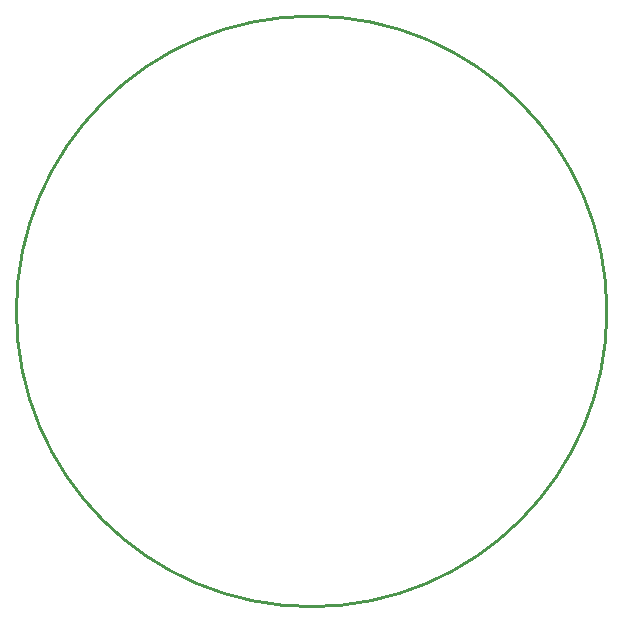
<source format=gbp>
G04*
G04 #@! TF.GenerationSoftware,Altium Limited,Altium Designer,25.1.2 (22)*
G04*
G04 Layer_Color=128*
%FSLAX25Y25*%
%MOIN*%
G70*
G04*
G04 #@! TF.SameCoordinates,20C2AC38-BB5E-479F-A31B-2D12C5FD2638*
G04*
G04*
G04 #@! TF.FilePolarity,Positive*
G04*
G01*
G75*
%ADD10C,0.01000*%
D10*
X426393Y98425D02*
G03*
X426393Y98425I98425J0D01*
G01*
M02*

</source>
